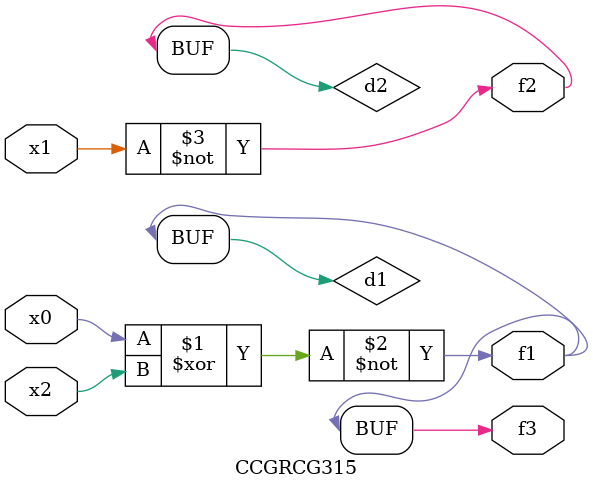
<source format=v>
module CCGRCG315(
	input x0, x1, x2,
	output f1, f2, f3
);

	wire d1, d2, d3;

	xnor (d1, x0, x2);
	nand (d2, x1);
	nor (d3, x1, x2);
	assign f1 = d1;
	assign f2 = d2;
	assign f3 = d1;
endmodule

</source>
